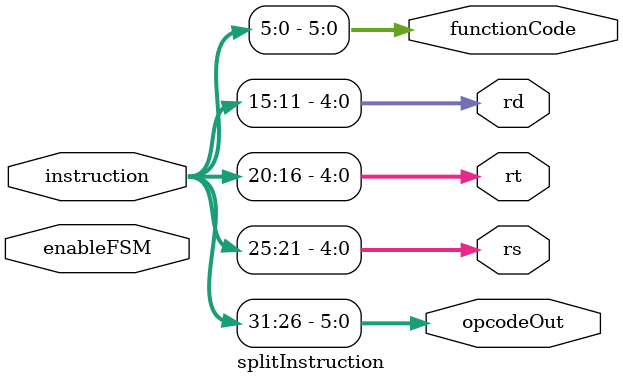
<source format=v>
`timescale 1ns / 1ps
module splitInstruction(
	 input [2:0] enableFSM,
    input [31:0] instruction,
    output reg[5:0] opcodeOut,
    output reg[4:0] rs,
    output reg[4:0] rt,
    output reg[4:0] rd,
    output reg[5:0] functionCode
    );
always @(instruction)begin
	 opcodeOut = instruction[31:26];
	 rs = instruction[25:21];
	 rt = instruction[20:16];
	 rd = instruction[15:11];
	 functionCode = instruction[5:0];
end

endmodule

</source>
